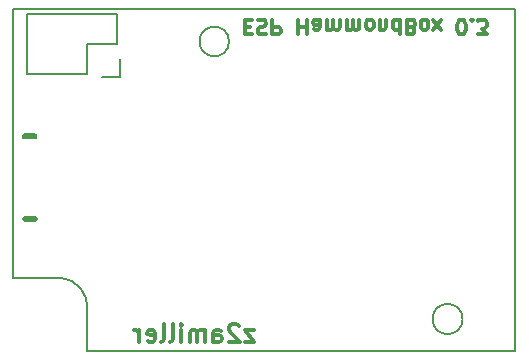
<source format=gbo>
G04 #@! TF.FileFunction,Legend,Bot*
%FSLAX46Y46*%
G04 Gerber Fmt 4.6, Leading zero omitted, Abs format (unit mm)*
G04 Created by KiCad (PCBNEW (2016-01-28 BZR 6518)-product) date Saturday, May 07, 2016 'PMt' 06:41:03 PM*
%MOMM*%
G01*
G04 APERTURE LIST*
%ADD10C,0.100000*%
%ADD11C,0.500000*%
%ADD12C,0.150000*%
%ADD13C,0.300000*%
G04 APERTURE END LIST*
D10*
D11*
X100975000Y-67750000D02*
X101800000Y-67750000D01*
D12*
X101775000Y-60575000D02*
X101775000Y-60550000D01*
D11*
X100950000Y-60750000D02*
X101775000Y-60750000D01*
D12*
X101875000Y-60775000D02*
X101875000Y-60700000D01*
X100800000Y-60900000D02*
X100800000Y-60700000D01*
X101900000Y-60600000D02*
X101900000Y-60900000D01*
D13*
X119591668Y-51564286D02*
X120008335Y-51564286D01*
X120186906Y-50909524D02*
X119591668Y-50909524D01*
X119591668Y-52159524D01*
X120186906Y-52159524D01*
X120663096Y-50969048D02*
X120841668Y-50909524D01*
X121139287Y-50909524D01*
X121258334Y-50969048D01*
X121317858Y-51028571D01*
X121377382Y-51147619D01*
X121377382Y-51266667D01*
X121317858Y-51385714D01*
X121258334Y-51445238D01*
X121139287Y-51504762D01*
X120901191Y-51564286D01*
X120782144Y-51623810D01*
X120722620Y-51683333D01*
X120663096Y-51802381D01*
X120663096Y-51921429D01*
X120722620Y-52040476D01*
X120782144Y-52100000D01*
X120901191Y-52159524D01*
X121198811Y-52159524D01*
X121377382Y-52100000D01*
X121913096Y-50909524D02*
X121913096Y-52159524D01*
X122389287Y-52159524D01*
X122508334Y-52100000D01*
X122567858Y-52040476D01*
X122627382Y-51921429D01*
X122627382Y-51742857D01*
X122567858Y-51623810D01*
X122508334Y-51564286D01*
X122389287Y-51504762D01*
X121913096Y-51504762D01*
X124115477Y-50909524D02*
X124115477Y-52159524D01*
X124115477Y-51564286D02*
X124829763Y-51564286D01*
X124829763Y-50909524D02*
X124829763Y-52159524D01*
X125960715Y-50909524D02*
X125960715Y-51564286D01*
X125901192Y-51683333D01*
X125782144Y-51742857D01*
X125544049Y-51742857D01*
X125425001Y-51683333D01*
X125960715Y-50969048D02*
X125841668Y-50909524D01*
X125544049Y-50909524D01*
X125425001Y-50969048D01*
X125365477Y-51088095D01*
X125365477Y-51207143D01*
X125425001Y-51326190D01*
X125544049Y-51385714D01*
X125841668Y-51385714D01*
X125960715Y-51445238D01*
X126555953Y-50909524D02*
X126555953Y-51742857D01*
X126555953Y-51623810D02*
X126615477Y-51683333D01*
X126734524Y-51742857D01*
X126913096Y-51742857D01*
X127032144Y-51683333D01*
X127091667Y-51564286D01*
X127091667Y-50909524D01*
X127091667Y-51564286D02*
X127151191Y-51683333D01*
X127270239Y-51742857D01*
X127448810Y-51742857D01*
X127567858Y-51683333D01*
X127627382Y-51564286D01*
X127627382Y-50909524D01*
X128222620Y-50909524D02*
X128222620Y-51742857D01*
X128222620Y-51623810D02*
X128282144Y-51683333D01*
X128401191Y-51742857D01*
X128579763Y-51742857D01*
X128698811Y-51683333D01*
X128758334Y-51564286D01*
X128758334Y-50909524D01*
X128758334Y-51564286D02*
X128817858Y-51683333D01*
X128936906Y-51742857D01*
X129115477Y-51742857D01*
X129234525Y-51683333D01*
X129294049Y-51564286D01*
X129294049Y-50909524D01*
X130067858Y-50909524D02*
X129948811Y-50969048D01*
X129889287Y-51028571D01*
X129829763Y-51147619D01*
X129829763Y-51504762D01*
X129889287Y-51623810D01*
X129948811Y-51683333D01*
X130067858Y-51742857D01*
X130246430Y-51742857D01*
X130365478Y-51683333D01*
X130425001Y-51623810D01*
X130484525Y-51504762D01*
X130484525Y-51147619D01*
X130425001Y-51028571D01*
X130365478Y-50969048D01*
X130246430Y-50909524D01*
X130067858Y-50909524D01*
X131020239Y-51742857D02*
X131020239Y-50909524D01*
X131020239Y-51623810D02*
X131079763Y-51683333D01*
X131198810Y-51742857D01*
X131377382Y-51742857D01*
X131496430Y-51683333D01*
X131555953Y-51564286D01*
X131555953Y-50909524D01*
X132686905Y-50909524D02*
X132686905Y-52159524D01*
X132686905Y-50969048D02*
X132567858Y-50909524D01*
X132329762Y-50909524D01*
X132210715Y-50969048D01*
X132151191Y-51028571D01*
X132091667Y-51147619D01*
X132091667Y-51504762D01*
X132151191Y-51623810D01*
X132210715Y-51683333D01*
X132329762Y-51742857D01*
X132567858Y-51742857D01*
X132686905Y-51683333D01*
X133698810Y-51564286D02*
X133877381Y-51504762D01*
X133936905Y-51445238D01*
X133996429Y-51326190D01*
X133996429Y-51147619D01*
X133936905Y-51028571D01*
X133877381Y-50969048D01*
X133758334Y-50909524D01*
X133282143Y-50909524D01*
X133282143Y-52159524D01*
X133698810Y-52159524D01*
X133817857Y-52100000D01*
X133877381Y-52040476D01*
X133936905Y-51921429D01*
X133936905Y-51802381D01*
X133877381Y-51683333D01*
X133817857Y-51623810D01*
X133698810Y-51564286D01*
X133282143Y-51564286D01*
X134710714Y-50909524D02*
X134591667Y-50969048D01*
X134532143Y-51028571D01*
X134472619Y-51147619D01*
X134472619Y-51504762D01*
X134532143Y-51623810D01*
X134591667Y-51683333D01*
X134710714Y-51742857D01*
X134889286Y-51742857D01*
X135008334Y-51683333D01*
X135067857Y-51623810D01*
X135127381Y-51504762D01*
X135127381Y-51147619D01*
X135067857Y-51028571D01*
X135008334Y-50969048D01*
X134889286Y-50909524D01*
X134710714Y-50909524D01*
X135544047Y-50909524D02*
X136198809Y-51742857D01*
X135544047Y-51742857D02*
X136198809Y-50909524D01*
X137865476Y-52159524D02*
X137984524Y-52159524D01*
X138103572Y-52100000D01*
X138163095Y-52040476D01*
X138222619Y-51921429D01*
X138282143Y-51683333D01*
X138282143Y-51385714D01*
X138222619Y-51147619D01*
X138163095Y-51028571D01*
X138103572Y-50969048D01*
X137984524Y-50909524D01*
X137865476Y-50909524D01*
X137746429Y-50969048D01*
X137686905Y-51028571D01*
X137627381Y-51147619D01*
X137567857Y-51385714D01*
X137567857Y-51683333D01*
X137627381Y-51921429D01*
X137686905Y-52040476D01*
X137746429Y-52100000D01*
X137865476Y-52159524D01*
X138817857Y-51028571D02*
X138877381Y-50969048D01*
X138817857Y-50909524D01*
X138758333Y-50969048D01*
X138817857Y-51028571D01*
X138817857Y-50909524D01*
X139294047Y-52159524D02*
X140067857Y-52159524D01*
X139651190Y-51683333D01*
X139829762Y-51683333D01*
X139948809Y-51623810D01*
X140008333Y-51564286D01*
X140067857Y-51445238D01*
X140067857Y-51147619D01*
X140008333Y-51028571D01*
X139948809Y-50969048D01*
X139829762Y-50909524D01*
X139472619Y-50909524D01*
X139353571Y-50969048D01*
X139294047Y-51028571D01*
X120360713Y-77178571D02*
X119574999Y-77178571D01*
X120360713Y-78178571D01*
X119574999Y-78178571D01*
X119074999Y-76821429D02*
X119003570Y-76750000D01*
X118860713Y-76678571D01*
X118503570Y-76678571D01*
X118360713Y-76750000D01*
X118289284Y-76821429D01*
X118217856Y-76964286D01*
X118217856Y-77107143D01*
X118289284Y-77321429D01*
X119146427Y-78178571D01*
X118217856Y-78178571D01*
X116932142Y-78178571D02*
X116932142Y-77392857D01*
X117003571Y-77250000D01*
X117146428Y-77178571D01*
X117432142Y-77178571D01*
X117574999Y-77250000D01*
X116932142Y-78107143D02*
X117074999Y-78178571D01*
X117432142Y-78178571D01*
X117574999Y-78107143D01*
X117646428Y-77964286D01*
X117646428Y-77821429D01*
X117574999Y-77678571D01*
X117432142Y-77607143D01*
X117074999Y-77607143D01*
X116932142Y-77535714D01*
X116217856Y-78178571D02*
X116217856Y-77178571D01*
X116217856Y-77321429D02*
X116146428Y-77250000D01*
X116003570Y-77178571D01*
X115789285Y-77178571D01*
X115646428Y-77250000D01*
X115574999Y-77392857D01*
X115574999Y-78178571D01*
X115574999Y-77392857D02*
X115503570Y-77250000D01*
X115360713Y-77178571D01*
X115146428Y-77178571D01*
X115003570Y-77250000D01*
X114932142Y-77392857D01*
X114932142Y-78178571D01*
X114217856Y-78178571D02*
X114217856Y-77178571D01*
X114217856Y-76678571D02*
X114289285Y-76750000D01*
X114217856Y-76821429D01*
X114146428Y-76750000D01*
X114217856Y-76678571D01*
X114217856Y-76821429D01*
X113289284Y-78178571D02*
X113432142Y-78107143D01*
X113503570Y-77964286D01*
X113503570Y-76678571D01*
X112503570Y-78178571D02*
X112646428Y-78107143D01*
X112717856Y-77964286D01*
X112717856Y-76678571D01*
X111360714Y-78107143D02*
X111503571Y-78178571D01*
X111789285Y-78178571D01*
X111932142Y-78107143D01*
X112003571Y-77964286D01*
X112003571Y-77392857D01*
X111932142Y-77250000D01*
X111789285Y-77178571D01*
X111503571Y-77178571D01*
X111360714Y-77250000D01*
X111289285Y-77392857D01*
X111289285Y-77535714D01*
X112003571Y-77678571D01*
X110646428Y-78178571D02*
X110646428Y-77178571D01*
X110646428Y-77464286D02*
X110575000Y-77321429D01*
X110503571Y-77250000D01*
X110360714Y-77178571D01*
X110217857Y-77178571D01*
D12*
X142500000Y-79000000D02*
X106250000Y-79000000D01*
X100000000Y-50000000D02*
X142250000Y-50000000D01*
X142500000Y-50000000D02*
X100000000Y-50000000D01*
X142500000Y-50500000D02*
X142500000Y-50000000D01*
X138024755Y-76250000D02*
G75*
G03X138024755Y-76250000I-1274755J0D01*
G01*
X118250000Y-52750000D02*
G75*
G03X118250000Y-52750000I-1250000J0D01*
G01*
X100000000Y-72750000D02*
X100250000Y-72750000D01*
X100000000Y-50000000D02*
X100000000Y-72750000D01*
X106250000Y-75500000D02*
X106250000Y-79000000D01*
X100000000Y-72750000D02*
X102750000Y-72750000D01*
X104000000Y-72750000D02*
X100000000Y-72750000D01*
X106250000Y-75500000D02*
G75*
G03X104000000Y-72750000I-2500000J250000D01*
G01*
X100000000Y-50500000D02*
X100000000Y-50000000D01*
X142500000Y-79000000D02*
X142500000Y-50500000D01*
X106230000Y-55520000D02*
X101150000Y-55520000D01*
X109050000Y-55800000D02*
X109050000Y-54250000D01*
X108770000Y-52980000D02*
X106230000Y-52980000D01*
X106230000Y-52980000D02*
X106230000Y-55520000D01*
X101150000Y-55520000D02*
X101150000Y-50440000D01*
X101150000Y-50440000D02*
X106230000Y-50440000D01*
X109050000Y-55800000D02*
X107500000Y-55800000D01*
X108770000Y-50440000D02*
X108770000Y-52980000D01*
X106230000Y-50440000D02*
X108770000Y-50440000D01*
M02*

</source>
